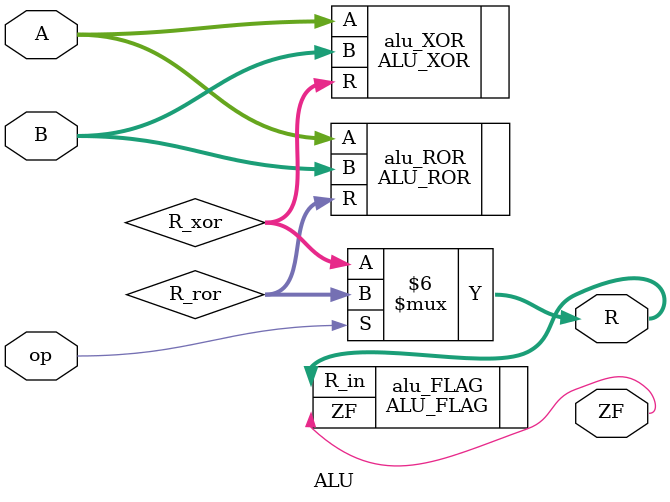
<source format=sv>
module ALU (
    input wire op,
    input wire [4:0] A, B,
    output reg [4:0] R,
    output wire ZF);
    
    wire [4:0] R_xor, R_ror;
    reg [4:0] R_comp;



    ALU_XOR alu_XOR (
        .A(A),
        .B(B),
        .R(R_xor)
    );

    ALU_ROR alu_ROR (
        .A(A),
        .B(B),
        .R(R_ror)
    );

    ALU_FLAG alu_FLAG(
        .R_in(R),
        .ZF(ZF)
    );

always @(*) 
    begin
        if(op) begin
            R = R_ror;
            R_comp = R_ror;
        end
        else begin
            R = R_xor;
            R_comp = R_xor;
        end
           
    end












    



endmodule
</source>
